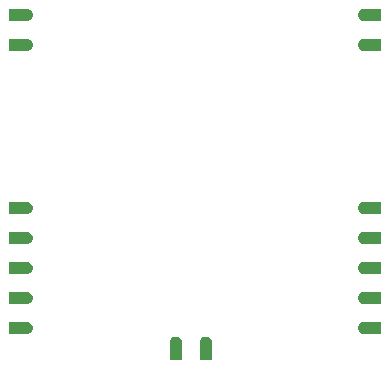
<source format=gbp>
G04*
G04 #@! TF.GenerationSoftware,Altium Limited,Altium NEXUS,5.8.2 (18)*
G04*
G04 Layer_Color=128*
%FSLAX44Y44*%
%MOMM*%
G71*
G04*
G04 #@! TF.SameCoordinates,3A1DB9EE-8D2C-4681-89B5-BFB965533D06*
G04*
G04*
G04 #@! TF.FilePolarity,Positive*
G04*
G01*
G75*
G36*
X17832Y82439D02*
X19239Y81032D01*
X20000Y79194D01*
Y77205D01*
X19239Y75368D01*
X17832Y73961D01*
X15994Y73200D01*
X0D01*
Y83200D01*
X15994D01*
X17832Y82439D01*
D02*
G37*
G36*
Y57039D02*
X19239Y55632D01*
X20000Y53794D01*
Y51805D01*
X19239Y49968D01*
X17832Y48561D01*
X15994Y47800D01*
X0D01*
Y57800D01*
X15994D01*
X17832Y57039D01*
D02*
G37*
G36*
Y31639D02*
X19239Y30232D01*
X20000Y28394D01*
Y26405D01*
X19239Y24568D01*
X17832Y23161D01*
X15994Y22400D01*
X0D01*
Y32400D01*
X15994D01*
X17832Y31639D01*
D02*
G37*
G36*
X143832Y19239D02*
X145239Y17832D01*
X146000Y15994D01*
Y15000D01*
Y0D01*
X136000D01*
Y15000D01*
Y15994D01*
X136761Y17832D01*
X138168Y19239D01*
X140005Y20000D01*
X141994D01*
X143832Y19239D01*
D02*
G37*
G36*
X17832Y107839D02*
X19239Y106432D01*
X20000Y104594D01*
Y102605D01*
X19239Y100768D01*
X17832Y99361D01*
X15994Y98600D01*
X0D01*
Y108600D01*
X15994D01*
X17832Y107839D01*
D02*
G37*
G36*
Y133239D02*
X19239Y131832D01*
X20000Y129994D01*
Y128005D01*
X19239Y126168D01*
X17832Y124761D01*
X15994Y124000D01*
X0D01*
Y134000D01*
X15994D01*
X17832Y133239D01*
D02*
G37*
G36*
Y271261D02*
X19239Y269854D01*
X20000Y268016D01*
Y266027D01*
X19239Y264189D01*
X17832Y262783D01*
X15994Y262022D01*
X0D01*
Y272022D01*
X15994D01*
X17832Y271261D01*
D02*
G37*
G36*
Y296661D02*
X19239Y295254D01*
X20000Y293416D01*
Y291427D01*
X19239Y289590D01*
X17832Y288183D01*
X15994Y287422D01*
X0D01*
Y297422D01*
X15994D01*
X17832Y296661D01*
D02*
G37*
G36*
X169232Y19239D02*
X170639Y17832D01*
X171400Y15994D01*
Y15000D01*
Y0D01*
X161400D01*
Y15000D01*
Y15994D01*
X162161Y17832D01*
X163568Y19239D01*
X165405Y20000D01*
X167395D01*
X169232Y19239D01*
D02*
G37*
G36*
X315000Y22400D02*
X299005D01*
X297168Y23161D01*
X295761Y24568D01*
X295000Y26405D01*
Y28394D01*
X295761Y30232D01*
X297168Y31639D01*
X299005Y32400D01*
X315000D01*
Y22400D01*
D02*
G37*
G36*
Y47800D02*
X299005D01*
X297168Y48561D01*
X295761Y49968D01*
X295000Y51805D01*
Y53794D01*
X295761Y55632D01*
X297168Y57039D01*
X299005Y57800D01*
X315000D01*
Y47800D01*
D02*
G37*
G36*
Y73200D02*
X299005D01*
X297168Y73961D01*
X295761Y75368D01*
X295000Y77205D01*
Y79194D01*
X295761Y81032D01*
X297168Y82439D01*
X299005Y83200D01*
X315000D01*
Y73200D01*
D02*
G37*
G36*
Y98600D02*
X299005D01*
X297168Y99361D01*
X295761Y100768D01*
X295000Y102605D01*
Y104594D01*
X295761Y106432D01*
X297168Y107839D01*
X299005Y108600D01*
X315000D01*
Y98600D01*
D02*
G37*
G36*
Y124000D02*
X299005D01*
X297168Y124761D01*
X295761Y126168D01*
X295000Y128005D01*
Y129994D01*
X295761Y131832D01*
X297168Y133239D01*
X299005Y134000D01*
X315000D01*
Y124000D01*
D02*
G37*
G36*
Y262000D02*
X299005D01*
X297168Y262761D01*
X295761Y264168D01*
X295000Y266005D01*
Y267994D01*
X295761Y269832D01*
X297168Y271239D01*
X299005Y272000D01*
X315000D01*
Y262000D01*
D02*
G37*
G36*
Y287400D02*
X299005D01*
X297168Y288161D01*
X295761Y289568D01*
X295000Y291405D01*
Y293395D01*
X295761Y295232D01*
X297168Y296639D01*
X299005Y297400D01*
X315000D01*
Y287400D01*
D02*
G37*
M02*

</source>
